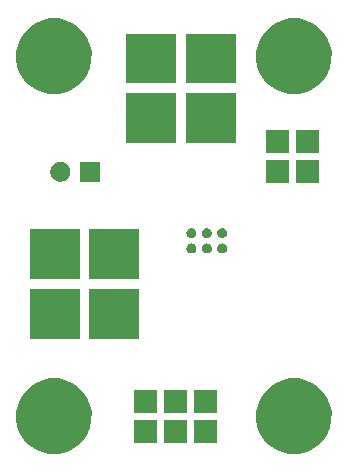
<source format=gbr>
G04 #@! TF.FileFunction,Soldermask,Top*
%FSLAX46Y46*%
G04 Gerber Fmt 4.6, Leading zero omitted, Abs format (unit mm)*
G04 Created by KiCad (PCBNEW (2016-09-17 revision 679eef1)-makepkg) date 01/31/17 07:00:59*
%MOMM*%
%LPD*%
G01*
G04 APERTURE LIST*
%ADD10C,1.300000*%
G04 APERTURE END LIST*
D10*
G36*
X5416110Y8277872D02*
X6030848Y8151685D01*
X6609363Y7908500D01*
X7129631Y7557574D01*
X7571824Y7112283D01*
X7919105Y6589582D01*
X8158249Y6009378D01*
X8280004Y5394466D01*
X8280004Y5394449D01*
X8280137Y5393776D01*
X8270128Y4676993D01*
X8269977Y4676330D01*
X8269977Y4676306D01*
X8131099Y4065032D01*
X7875851Y3491739D01*
X7514107Y2978933D01*
X7059653Y2546162D01*
X6529787Y2209900D01*
X5944712Y1982964D01*
X5326688Y1873989D01*
X4699273Y1887132D01*
X4086359Y2021890D01*
X3511293Y2273129D01*
X2995980Y2631282D01*
X2560044Y3082706D01*
X2220093Y3610208D01*
X1989075Y4193693D01*
X1875790Y4810936D01*
X1884551Y5438424D01*
X2015027Y6052266D01*
X2262248Y6629075D01*
X2616795Y7146877D01*
X3065163Y7585952D01*
X3590276Y7929576D01*
X4172132Y8164661D01*
X4788571Y8282254D01*
X5416110Y8277872D01*
X5416110Y8277872D01*
G37*
G36*
X25736110Y8277872D02*
X26350848Y8151685D01*
X26929363Y7908500D01*
X27449631Y7557574D01*
X27891824Y7112283D01*
X28239105Y6589582D01*
X28478249Y6009378D01*
X28600004Y5394466D01*
X28600004Y5394449D01*
X28600137Y5393776D01*
X28590128Y4676993D01*
X28589977Y4676330D01*
X28589977Y4676306D01*
X28451099Y4065032D01*
X28195851Y3491739D01*
X27834107Y2978933D01*
X27379653Y2546162D01*
X26849787Y2209900D01*
X26264712Y1982964D01*
X25646688Y1873989D01*
X25019273Y1887132D01*
X24406359Y2021890D01*
X23831293Y2273129D01*
X23315980Y2631282D01*
X22880044Y3082706D01*
X22540093Y3610208D01*
X22309075Y4193693D01*
X22195790Y4810936D01*
X22204551Y5438424D01*
X22335027Y6052266D01*
X22582248Y6629075D01*
X22936795Y7146877D01*
X23385163Y7585952D01*
X23910276Y7929576D01*
X24492132Y8164661D01*
X25108571Y8282254D01*
X25736110Y8277872D01*
X25736110Y8277872D01*
G37*
G36*
X13789000Y2848000D02*
X11865000Y2848000D01*
X11865000Y4772000D01*
X13789000Y4772000D01*
X13789000Y2848000D01*
X13789000Y2848000D01*
G37*
G36*
X18869000Y2848000D02*
X16945000Y2848000D01*
X16945000Y4772000D01*
X18869000Y4772000D01*
X18869000Y2848000D01*
X18869000Y2848000D01*
G37*
G36*
X16329000Y2848000D02*
X14405000Y2848000D01*
X14405000Y4772000D01*
X16329000Y4772000D01*
X16329000Y2848000D01*
X16329000Y2848000D01*
G37*
G36*
X13789000Y5388000D02*
X11865000Y5388000D01*
X11865000Y7312000D01*
X13789000Y7312000D01*
X13789000Y5388000D01*
X13789000Y5388000D01*
G37*
G36*
X16329000Y5388000D02*
X14405000Y5388000D01*
X14405000Y7312000D01*
X16329000Y7312000D01*
X16329000Y5388000D01*
X16329000Y5388000D01*
G37*
G36*
X18869000Y5388000D02*
X16945000Y5388000D01*
X16945000Y7312000D01*
X18869000Y7312000D01*
X18869000Y5388000D01*
X18869000Y5388000D01*
G37*
G36*
X12265000Y11611000D02*
X8055000Y11611000D01*
X8055000Y15821000D01*
X12265000Y15821000D01*
X12265000Y11611000D01*
X12265000Y11611000D01*
G37*
G36*
X7265000Y11611000D02*
X3055000Y11611000D01*
X3055000Y15821000D01*
X7265000Y15821000D01*
X7265000Y11611000D01*
X7265000Y11611000D01*
G37*
G36*
X12265000Y16691000D02*
X8055000Y16691000D01*
X8055000Y20901000D01*
X12265000Y20901000D01*
X12265000Y16691000D01*
X12265000Y16691000D01*
G37*
G36*
X7265000Y16691000D02*
X3055000Y16691000D01*
X3055000Y20901000D01*
X7265000Y20901000D01*
X7265000Y16691000D01*
X7265000Y16691000D01*
G37*
G36*
X19378641Y19713720D02*
X19460288Y19696961D01*
X19537120Y19664664D01*
X19606220Y19618055D01*
X19664947Y19558916D01*
X19711070Y19489495D01*
X19742833Y19412434D01*
X19758885Y19331363D01*
X19758885Y19331346D01*
X19759018Y19330673D01*
X19757689Y19235476D01*
X19757537Y19234808D01*
X19757537Y19234789D01*
X19739228Y19154202D01*
X19705325Y19078056D01*
X19657281Y19009948D01*
X19596926Y18952473D01*
X19526548Y18907809D01*
X19448848Y18877672D01*
X19366763Y18863198D01*
X19283434Y18864944D01*
X19202031Y18882842D01*
X19125655Y18916210D01*
X19057215Y18963776D01*
X18999316Y19023732D01*
X18954165Y19093793D01*
X18923483Y19171287D01*
X18908437Y19253265D01*
X18909601Y19336601D01*
X18926930Y19418129D01*
X18959765Y19494740D01*
X19006852Y19563508D01*
X19066402Y19621824D01*
X19136144Y19667462D01*
X19213423Y19698684D01*
X19295295Y19714303D01*
X19378641Y19713720D01*
X19378641Y19713720D01*
G37*
G36*
X18078641Y19713720D02*
X18160288Y19696961D01*
X18237120Y19664664D01*
X18306220Y19618055D01*
X18364947Y19558916D01*
X18411070Y19489495D01*
X18442833Y19412434D01*
X18458885Y19331363D01*
X18458885Y19331346D01*
X18459018Y19330673D01*
X18457689Y19235476D01*
X18457537Y19234808D01*
X18457537Y19234789D01*
X18439228Y19154202D01*
X18405325Y19078056D01*
X18357281Y19009948D01*
X18296926Y18952473D01*
X18226548Y18907809D01*
X18148848Y18877672D01*
X18066763Y18863198D01*
X17983434Y18864944D01*
X17902031Y18882842D01*
X17825655Y18916210D01*
X17757215Y18963776D01*
X17699316Y19023732D01*
X17654165Y19093793D01*
X17623483Y19171287D01*
X17608437Y19253265D01*
X17609601Y19336601D01*
X17626930Y19418129D01*
X17659765Y19494740D01*
X17706852Y19563508D01*
X17766402Y19621824D01*
X17836144Y19667462D01*
X17913423Y19698684D01*
X17995295Y19714303D01*
X18078641Y19713720D01*
X18078641Y19713720D01*
G37*
G36*
X16778641Y19713720D02*
X16860288Y19696961D01*
X16937120Y19664664D01*
X17006220Y19618055D01*
X17064947Y19558916D01*
X17111070Y19489495D01*
X17142833Y19412434D01*
X17158885Y19331363D01*
X17158885Y19331346D01*
X17159018Y19330673D01*
X17157689Y19235476D01*
X17157537Y19234808D01*
X17157537Y19234789D01*
X17139228Y19154202D01*
X17105325Y19078056D01*
X17057281Y19009948D01*
X16996926Y18952473D01*
X16926548Y18907809D01*
X16848848Y18877672D01*
X16766763Y18863198D01*
X16683434Y18864944D01*
X16602031Y18882842D01*
X16525655Y18916210D01*
X16457215Y18963776D01*
X16399316Y19023732D01*
X16354165Y19093793D01*
X16323483Y19171287D01*
X16308437Y19253265D01*
X16309601Y19336601D01*
X16326930Y19418129D01*
X16359765Y19494740D01*
X16406852Y19563508D01*
X16466402Y19621824D01*
X16536144Y19667462D01*
X16613423Y19698684D01*
X16695295Y19714303D01*
X16778641Y19713720D01*
X16778641Y19713720D01*
G37*
G36*
X19378641Y21013720D02*
X19460288Y20996961D01*
X19537120Y20964664D01*
X19606220Y20918055D01*
X19664947Y20858916D01*
X19711070Y20789495D01*
X19742833Y20712434D01*
X19758885Y20631363D01*
X19758885Y20631346D01*
X19759018Y20630673D01*
X19757689Y20535476D01*
X19757537Y20534808D01*
X19757537Y20534789D01*
X19739228Y20454202D01*
X19705325Y20378056D01*
X19657281Y20309948D01*
X19596926Y20252473D01*
X19526548Y20207809D01*
X19448848Y20177672D01*
X19366763Y20163198D01*
X19283434Y20164944D01*
X19202031Y20182842D01*
X19125655Y20216210D01*
X19057215Y20263776D01*
X18999316Y20323732D01*
X18954165Y20393793D01*
X18923483Y20471287D01*
X18908437Y20553265D01*
X18909601Y20636601D01*
X18926930Y20718129D01*
X18959765Y20794740D01*
X19006852Y20863508D01*
X19066402Y20921824D01*
X19136144Y20967462D01*
X19213423Y20998684D01*
X19295295Y21014303D01*
X19378641Y21013720D01*
X19378641Y21013720D01*
G37*
G36*
X16778641Y21013720D02*
X16860288Y20996961D01*
X16937120Y20964664D01*
X17006220Y20918055D01*
X17064947Y20858916D01*
X17111070Y20789495D01*
X17142833Y20712434D01*
X17158885Y20631363D01*
X17158885Y20631346D01*
X17159018Y20630673D01*
X17157689Y20535476D01*
X17157537Y20534808D01*
X17157537Y20534789D01*
X17139228Y20454202D01*
X17105325Y20378056D01*
X17057281Y20309948D01*
X16996926Y20252473D01*
X16926548Y20207809D01*
X16848848Y20177672D01*
X16766763Y20163198D01*
X16683434Y20164944D01*
X16602031Y20182842D01*
X16525655Y20216210D01*
X16457215Y20263776D01*
X16399316Y20323732D01*
X16354165Y20393793D01*
X16323483Y20471287D01*
X16308437Y20553265D01*
X16309601Y20636601D01*
X16326930Y20718129D01*
X16359765Y20794740D01*
X16406852Y20863508D01*
X16466402Y20921824D01*
X16536144Y20967462D01*
X16613423Y20998684D01*
X16695295Y21014303D01*
X16778641Y21013720D01*
X16778641Y21013720D01*
G37*
G36*
X18078641Y21013720D02*
X18160288Y20996961D01*
X18237120Y20964664D01*
X18306220Y20918055D01*
X18364947Y20858916D01*
X18411070Y20789495D01*
X18442833Y20712434D01*
X18458885Y20631363D01*
X18458885Y20631346D01*
X18459018Y20630673D01*
X18457689Y20535476D01*
X18457537Y20534808D01*
X18457537Y20534789D01*
X18439228Y20454202D01*
X18405325Y20378056D01*
X18357281Y20309948D01*
X18296926Y20252473D01*
X18226548Y20207809D01*
X18148848Y20177672D01*
X18066763Y20163198D01*
X17983434Y20164944D01*
X17902031Y20182842D01*
X17825655Y20216210D01*
X17757215Y20263776D01*
X17699316Y20323732D01*
X17654165Y20393793D01*
X17623483Y20471287D01*
X17608437Y20553265D01*
X17609601Y20636601D01*
X17626930Y20718129D01*
X17659765Y20794740D01*
X17706852Y20863508D01*
X17766402Y20921824D01*
X17836144Y20967462D01*
X17913423Y20998684D01*
X17995295Y21014303D01*
X18078641Y21013720D01*
X18078641Y21013720D01*
G37*
G36*
X24965000Y24819000D02*
X23041000Y24819000D01*
X23041000Y26743000D01*
X24965000Y26743000D01*
X24965000Y24819000D01*
X24965000Y24819000D01*
G37*
G36*
X27505000Y24819000D02*
X25581000Y24819000D01*
X25581000Y26743000D01*
X27505000Y26743000D01*
X27505000Y24819000D01*
X27505000Y24819000D01*
G37*
G36*
X5717285Y26630438D02*
X5880568Y26596921D01*
X6034238Y26532324D01*
X6172437Y26439108D01*
X6289894Y26320828D01*
X6382139Y26181986D01*
X6445662Y26027868D01*
X6477904Y25865035D01*
X6477904Y25865020D01*
X6478037Y25864347D01*
X6475378Y25673951D01*
X6475227Y25673288D01*
X6475227Y25673264D01*
X6438451Y25511396D01*
X6370652Y25359119D01*
X6274561Y25222901D01*
X6153847Y25107946D01*
X6013101Y25018626D01*
X5857693Y24958347D01*
X5693526Y24929399D01*
X5526868Y24932891D01*
X5364063Y24968685D01*
X5211311Y25035421D01*
X5074431Y25130556D01*
X4958635Y25250466D01*
X4868332Y25390589D01*
X4806969Y25545572D01*
X4776878Y25709529D01*
X4779205Y25876205D01*
X4813863Y26039258D01*
X4879532Y26192477D01*
X4973709Y26330017D01*
X5092804Y26446644D01*
X5232293Y26537923D01*
X5386845Y26600366D01*
X5550588Y26631602D01*
X5717285Y26630438D01*
X5717285Y26630438D01*
G37*
G36*
X8978000Y24931000D02*
X7278000Y24931000D01*
X7278000Y26631000D01*
X8978000Y26631000D01*
X8978000Y24931000D01*
X8978000Y24931000D01*
G37*
G36*
X27505000Y27359000D02*
X25581000Y27359000D01*
X25581000Y29283000D01*
X27505000Y29283000D01*
X27505000Y27359000D01*
X27505000Y27359000D01*
G37*
G36*
X24965000Y27359000D02*
X23041000Y27359000D01*
X23041000Y29283000D01*
X24965000Y29283000D01*
X24965000Y27359000D01*
X24965000Y27359000D01*
G37*
G36*
X15440000Y28248000D02*
X11230000Y28248000D01*
X11230000Y32458000D01*
X15440000Y32458000D01*
X15440000Y28248000D01*
X15440000Y28248000D01*
G37*
G36*
X20520000Y28248000D02*
X16310000Y28248000D01*
X16310000Y32458000D01*
X20520000Y32458000D01*
X20520000Y28248000D01*
X20520000Y28248000D01*
G37*
G36*
X5416110Y38757872D02*
X6030848Y38631685D01*
X6609363Y38388500D01*
X7129631Y38037574D01*
X7571824Y37592283D01*
X7919105Y37069582D01*
X8158249Y36489378D01*
X8280004Y35874466D01*
X8280004Y35874449D01*
X8280137Y35873776D01*
X8270128Y35156993D01*
X8269977Y35156330D01*
X8269977Y35156306D01*
X8131099Y34545032D01*
X7875851Y33971739D01*
X7514107Y33458933D01*
X7059653Y33026162D01*
X6529787Y32689900D01*
X5944712Y32462964D01*
X5326688Y32353989D01*
X4699273Y32367132D01*
X4086359Y32501890D01*
X3511293Y32753129D01*
X2995980Y33111282D01*
X2560044Y33562706D01*
X2220093Y34090208D01*
X1989075Y34673693D01*
X1875790Y35290936D01*
X1884551Y35918424D01*
X2015027Y36532266D01*
X2262248Y37109075D01*
X2616795Y37626877D01*
X3065163Y38065952D01*
X3590276Y38409576D01*
X4172132Y38644661D01*
X4788571Y38762254D01*
X5416110Y38757872D01*
X5416110Y38757872D01*
G37*
G36*
X25736110Y38757872D02*
X26350848Y38631685D01*
X26929363Y38388500D01*
X27449631Y38037574D01*
X27891824Y37592283D01*
X28239105Y37069582D01*
X28478249Y36489378D01*
X28600004Y35874466D01*
X28600004Y35874449D01*
X28600137Y35873776D01*
X28590128Y35156993D01*
X28589977Y35156330D01*
X28589977Y35156306D01*
X28451099Y34545032D01*
X28195851Y33971739D01*
X27834107Y33458933D01*
X27379653Y33026162D01*
X26849787Y32689900D01*
X26264712Y32462964D01*
X25646688Y32353989D01*
X25019273Y32367132D01*
X24406359Y32501890D01*
X23831293Y32753129D01*
X23315980Y33111282D01*
X22880044Y33562706D01*
X22540093Y34090208D01*
X22309075Y34673693D01*
X22195790Y35290936D01*
X22204551Y35918424D01*
X22335027Y36532266D01*
X22582248Y37109075D01*
X22936795Y37626877D01*
X23385163Y38065952D01*
X23910276Y38409576D01*
X24492132Y38644661D01*
X25108571Y38762254D01*
X25736110Y38757872D01*
X25736110Y38757872D01*
G37*
G36*
X15440000Y33248000D02*
X11230000Y33248000D01*
X11230000Y37458000D01*
X15440000Y37458000D01*
X15440000Y33248000D01*
X15440000Y33248000D01*
G37*
G36*
X20520000Y33248000D02*
X16310000Y33248000D01*
X16310000Y37458000D01*
X20520000Y37458000D01*
X20520000Y33248000D01*
X20520000Y33248000D01*
G37*
M02*

</source>
